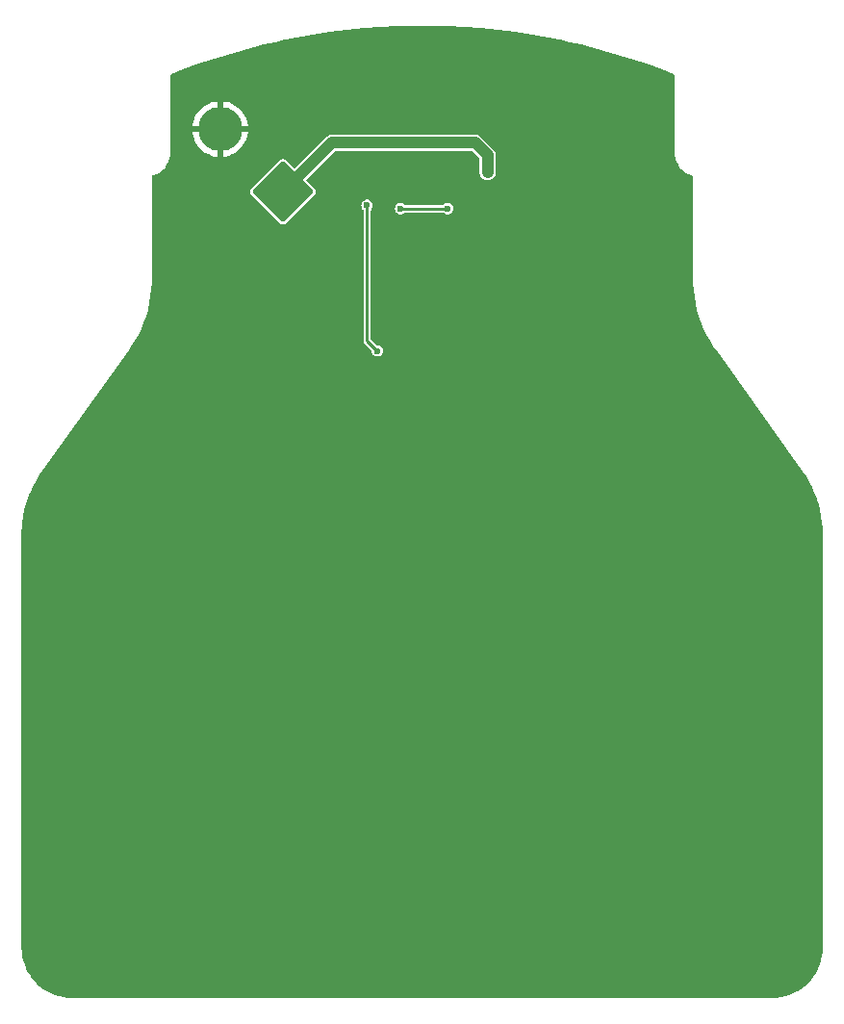
<source format=gbl>
G04 #@! TF.GenerationSoftware,KiCad,Pcbnew,8.0.1*
G04 #@! TF.CreationDate,2024-05-01T12:53:58+08:00*
G04 #@! TF.ProjectId,BatteryPod,42617474-6572-4795-906f-642e6b696361,rev?*
G04 #@! TF.SameCoordinates,Original*
G04 #@! TF.FileFunction,Copper,L2,Bot*
G04 #@! TF.FilePolarity,Positive*
%FSLAX46Y46*%
G04 Gerber Fmt 4.6, Leading zero omitted, Abs format (unit mm)*
G04 Created by KiCad (PCBNEW 8.0.1) date 2024-05-01 12:53:58*
%MOMM*%
%LPD*%
G01*
G04 APERTURE LIST*
G04 Aperture macros list*
%AMRoundRect*
0 Rectangle with rounded corners*
0 $1 Rounding radius*
0 $2 $3 $4 $5 $6 $7 $8 $9 X,Y pos of 4 corners*
0 Add a 4 corners polygon primitive as box body*
4,1,4,$2,$3,$4,$5,$6,$7,$8,$9,$2,$3,0*
0 Add four circle primitives for the rounded corners*
1,1,$1+$1,$2,$3*
1,1,$1+$1,$4,$5*
1,1,$1+$1,$6,$7*
1,1,$1+$1,$8,$9*
0 Add four rect primitives between the rounded corners*
20,1,$1+$1,$2,$3,$4,$5,0*
20,1,$1+$1,$4,$5,$6,$7,0*
20,1,$1+$1,$6,$7,$8,$9,0*
20,1,$1+$1,$8,$9,$2,$3,0*%
G04 Aperture macros list end*
G04 #@! TA.AperFunction,ComponentPad*
%ADD10C,3.900000*%
G04 #@! TD*
G04 #@! TA.AperFunction,ComponentPad*
%ADD11RoundRect,0.250002X2.404160X0.000000X0.000000X2.404160X-2.404160X0.000000X0.000000X-2.404160X0*%
G04 #@! TD*
G04 #@! TA.AperFunction,ViaPad*
%ADD12C,0.600000*%
G04 #@! TD*
G04 #@! TA.AperFunction,Conductor*
%ADD13C,1.000000*%
G04 #@! TD*
G04 #@! TA.AperFunction,Conductor*
%ADD14C,0.250000*%
G04 #@! TD*
G04 APERTURE END LIST*
D10*
X92484567Y-76484567D03*
D11*
X98000000Y-82000000D03*
D12*
X114900000Y-79500000D03*
X114900000Y-80400000D03*
X106300000Y-96000000D03*
X105400000Y-83200000D03*
X116000000Y-80300000D03*
X145000000Y-140000000D03*
X145000000Y-141000000D03*
X145000000Y-142000000D03*
X145000000Y-143000000D03*
X145000000Y-144000000D03*
X145000000Y-145000000D03*
X145000000Y-146000000D03*
X145000000Y-147000000D03*
X145000000Y-149000000D03*
X145000000Y-148000000D03*
X131000000Y-152000000D03*
X132000000Y-152000000D03*
X133000000Y-152000000D03*
X134000000Y-152000000D03*
X135000000Y-152000000D03*
X136000000Y-152000000D03*
X137000000Y-152000000D03*
X139000000Y-152000000D03*
X138000000Y-152000000D03*
X140000000Y-152000000D03*
X76000000Y-139000000D03*
X76000000Y-140000000D03*
X91000000Y-152000000D03*
X76000000Y-141000000D03*
X76000000Y-142000000D03*
X76000000Y-143000000D03*
X76000000Y-144000000D03*
X76000000Y-145000000D03*
X76000000Y-146000000D03*
X76000000Y-147000000D03*
X76000000Y-148000000D03*
X90000000Y-152000000D03*
X89000000Y-152000000D03*
X88000000Y-152000000D03*
X87000000Y-152000000D03*
X86000000Y-152000000D03*
X85000000Y-152000000D03*
X83000000Y-152000000D03*
X84000000Y-152000000D03*
X82000000Y-152000000D03*
X132000000Y-75000000D03*
X132000000Y-74000000D03*
X132000000Y-73000000D03*
X132000000Y-72000000D03*
X89000000Y-75000000D03*
X89000000Y-74000000D03*
X89000000Y-73000000D03*
X89000000Y-72000000D03*
X120000000Y-87000000D03*
X119000000Y-87000000D03*
X118000000Y-87000000D03*
X117000000Y-87000000D03*
X116000000Y-87000000D03*
X108350000Y-83500000D03*
X112500000Y-83474737D03*
X115500000Y-84800000D03*
X114450000Y-83750000D03*
X115500000Y-83750000D03*
X114450000Y-84800000D03*
X114976800Y-84276800D03*
D13*
X102300000Y-77700000D02*
X98000000Y-82000000D01*
X116000000Y-80300000D02*
X116000000Y-78800000D01*
X114900000Y-77700000D02*
X102300000Y-77700000D01*
X116000000Y-78800000D02*
X114900000Y-77700000D01*
D14*
X105400000Y-95100000D02*
X106300000Y-96000000D01*
X105400000Y-83200000D02*
X105400000Y-95100000D01*
X108350000Y-83500000D02*
X112474737Y-83500000D01*
X112474737Y-83500000D02*
X112500000Y-83474737D01*
G04 #@! TA.AperFunction,Conductor*
G36*
X111020432Y-67396261D02*
G01*
X112504640Y-67433453D01*
X112507698Y-67433569D01*
X113990499Y-67507931D01*
X113993551Y-67508122D01*
X115474045Y-67619609D01*
X115477131Y-67619880D01*
X116954388Y-67768423D01*
X116957404Y-67768764D01*
X118430437Y-67954262D01*
X118433449Y-67954679D01*
X119901474Y-68177036D01*
X119904429Y-68177521D01*
X121366341Y-68436570D01*
X121369392Y-68437150D01*
X122824394Y-68732747D01*
X122827306Y-68733377D01*
X124274463Y-69065336D01*
X124277361Y-69066038D01*
X125715758Y-69434148D01*
X125718707Y-69434942D01*
X127147398Y-69838961D01*
X127150308Y-69839824D01*
X128568369Y-70279487D01*
X128571318Y-70280441D01*
X129977980Y-70755512D01*
X129980827Y-70756514D01*
X131375143Y-71266673D01*
X131377972Y-71267748D01*
X132371011Y-71659563D01*
X132426147Y-71702479D01*
X132449329Y-71768391D01*
X132449500Y-71774909D01*
X132449500Y-78434108D01*
X132449500Y-78500000D01*
X132449500Y-78630081D01*
X132480859Y-78888347D01*
X132521649Y-79053838D01*
X132543121Y-79140955D01*
X132633995Y-79380568D01*
X132635375Y-79384206D01*
X132756278Y-79614569D01*
X132756281Y-79614574D01*
X132756282Y-79614575D01*
X132803932Y-79683608D01*
X132904068Y-79828678D01*
X133076587Y-80023413D01*
X133271322Y-80195932D01*
X133485431Y-80343722D01*
X133715794Y-80464625D01*
X133959050Y-80556880D01*
X134005174Y-80568248D01*
X134065555Y-80603404D01*
X134097344Y-80665623D01*
X134099500Y-80688645D01*
X134099500Y-89825455D01*
X134099521Y-89825797D01*
X134099541Y-90047423D01*
X134132789Y-90637598D01*
X134199180Y-91224964D01*
X134298503Y-91807655D01*
X134298512Y-91807698D01*
X134430452Y-92383871D01*
X134594594Y-92951716D01*
X134594597Y-92951724D01*
X134751397Y-93398299D01*
X134790427Y-93509456D01*
X134946862Y-93885794D01*
X135017316Y-94055286D01*
X135274548Y-94587487D01*
X135274560Y-94587510D01*
X135561305Y-95104372D01*
X135561311Y-95104382D01*
X135876694Y-95604326D01*
X135880864Y-95610180D01*
X136005620Y-95785311D01*
X136005688Y-95785419D01*
X136515183Y-96500500D01*
X143720423Y-106613118D01*
X143720424Y-106613119D01*
X143720423Y-106613119D01*
X143735547Y-106634344D01*
X143737534Y-106637216D01*
X144032452Y-107076805D01*
X144036175Y-107082706D01*
X144304996Y-107536661D01*
X144308381Y-107542763D01*
X144551236Y-108011112D01*
X144554272Y-108017394D01*
X144770402Y-108498665D01*
X144773077Y-108505102D01*
X144961793Y-108997768D01*
X144964097Y-109004329D01*
X145008397Y-109142850D01*
X145124803Y-109506834D01*
X145126741Y-109513537D01*
X145258930Y-110024295D01*
X145260487Y-110031097D01*
X145363728Y-110548443D01*
X145364901Y-110555321D01*
X145438886Y-111077700D01*
X145439669Y-111084634D01*
X145484149Y-111610300D01*
X145484542Y-111617266D01*
X145499451Y-112146997D01*
X145499500Y-112150486D01*
X145499500Y-148447293D01*
X145499382Y-148452702D01*
X145482614Y-148836750D01*
X145481671Y-148847526D01*
X145431849Y-149225957D01*
X145429971Y-149236610D01*
X145347354Y-149609272D01*
X145344554Y-149619721D01*
X145229775Y-149983755D01*
X145226075Y-149993921D01*
X145080002Y-150346572D01*
X145075430Y-150356376D01*
X144899183Y-150694942D01*
X144893775Y-150704310D01*
X144688681Y-151026244D01*
X144682476Y-151035105D01*
X144450110Y-151337930D01*
X144443156Y-151346217D01*
X144185284Y-151627635D01*
X144177635Y-151635284D01*
X143896217Y-151893156D01*
X143887930Y-151900110D01*
X143585105Y-152132476D01*
X143576244Y-152138681D01*
X143254310Y-152343775D01*
X143244942Y-152349183D01*
X142906376Y-152525430D01*
X142896572Y-152530002D01*
X142543921Y-152676075D01*
X142533755Y-152679775D01*
X142169721Y-152794554D01*
X142159272Y-152797354D01*
X141786610Y-152879971D01*
X141775957Y-152881849D01*
X141397526Y-152931671D01*
X141386750Y-152932614D01*
X141002703Y-152949382D01*
X140997294Y-152949500D01*
X79502706Y-152949500D01*
X79497297Y-152949382D01*
X79113249Y-152932614D01*
X79102473Y-152931671D01*
X78724042Y-152881849D01*
X78713389Y-152879971D01*
X78340727Y-152797354D01*
X78330278Y-152794554D01*
X77966244Y-152679775D01*
X77956078Y-152676075D01*
X77603427Y-152530002D01*
X77593623Y-152525430D01*
X77255057Y-152349183D01*
X77245689Y-152343775D01*
X76923755Y-152138681D01*
X76914894Y-152132476D01*
X76612069Y-151900110D01*
X76603782Y-151893156D01*
X76322364Y-151635284D01*
X76314715Y-151627635D01*
X76056843Y-151346217D01*
X76049889Y-151337930D01*
X75817523Y-151035105D01*
X75811318Y-151026244D01*
X75606224Y-150704310D01*
X75600816Y-150694942D01*
X75424569Y-150356376D01*
X75419997Y-150346572D01*
X75273924Y-149993921D01*
X75270224Y-149983755D01*
X75155442Y-149619710D01*
X75152648Y-149609284D01*
X75070025Y-149236597D01*
X75068152Y-149225971D01*
X75018326Y-148847506D01*
X75017386Y-148836771D01*
X75000618Y-148452702D01*
X75000500Y-148447293D01*
X75000500Y-112161303D01*
X75000549Y-112157803D01*
X75009169Y-111852574D01*
X75015543Y-111626878D01*
X75015936Y-111619933D01*
X75060719Y-111092468D01*
X75061498Y-111085595D01*
X75135992Y-110561401D01*
X75137154Y-110554613D01*
X75241100Y-110035528D01*
X75242666Y-110028718D01*
X75255468Y-109979421D01*
X75375733Y-109516359D01*
X75377665Y-109509696D01*
X75539452Y-109005617D01*
X75541758Y-108999072D01*
X75731722Y-108504960D01*
X75734417Y-108498504D01*
X75783083Y-108390544D01*
X75951949Y-108015935D01*
X75955001Y-108009645D01*
X76199443Y-107540079D01*
X76202812Y-107534031D01*
X76473368Y-107079005D01*
X76477077Y-107073149D01*
X76773904Y-106632600D01*
X76775842Y-106629810D01*
X76813182Y-106577632D01*
X76813182Y-106577630D01*
X84445537Y-95912149D01*
X84446550Y-95910915D01*
X84450846Y-95904910D01*
X84450849Y-95904909D01*
X84489196Y-95851325D01*
X84489195Y-95851324D01*
X84494186Y-95844349D01*
X84661788Y-95610180D01*
X84979172Y-95109159D01*
X85267773Y-94591024D01*
X85526673Y-94057427D01*
X85755046Y-93510069D01*
X85952163Y-92950694D01*
X86117397Y-92381087D01*
X86250221Y-91803062D01*
X86350211Y-91218462D01*
X86417048Y-90629151D01*
X86450520Y-90037007D01*
X86450500Y-89740462D01*
X86450500Y-89674570D01*
X86450500Y-82000000D01*
X95140249Y-82000000D01*
X95160490Y-82134288D01*
X95219413Y-82256643D01*
X95238915Y-82280181D01*
X97719819Y-84761085D01*
X97743357Y-84780587D01*
X97865712Y-84839510D01*
X98000000Y-84859751D01*
X98134288Y-84839510D01*
X98256643Y-84780587D01*
X98280181Y-84761085D01*
X99841266Y-83200000D01*
X104894353Y-83200000D01*
X104914834Y-83342456D01*
X104974622Y-83473371D01*
X104974623Y-83473373D01*
X105044213Y-83553685D01*
X105073238Y-83617240D01*
X105074500Y-83634887D01*
X105074500Y-95142852D01*
X105096682Y-95225640D01*
X105118108Y-95262750D01*
X105139535Y-95299862D01*
X105139537Y-95299864D01*
X105758034Y-95918361D01*
X105791519Y-95979684D01*
X105792764Y-95991268D01*
X105793091Y-95991222D01*
X105814834Y-96142456D01*
X105874622Y-96273371D01*
X105874623Y-96273373D01*
X105968872Y-96382143D01*
X106089947Y-96459953D01*
X106089950Y-96459954D01*
X106089949Y-96459954D01*
X106228036Y-96500499D01*
X106228038Y-96500500D01*
X106228039Y-96500500D01*
X106371962Y-96500500D01*
X106371962Y-96500499D01*
X106510053Y-96459953D01*
X106631128Y-96382143D01*
X106725377Y-96273373D01*
X106785165Y-96142457D01*
X106805647Y-96000000D01*
X106785165Y-95857543D01*
X106725377Y-95726627D01*
X106631128Y-95617857D01*
X106510053Y-95540047D01*
X106510051Y-95540046D01*
X106510049Y-95540045D01*
X106510050Y-95540045D01*
X106371963Y-95499500D01*
X106371961Y-95499500D01*
X106311189Y-95499500D01*
X106244150Y-95479815D01*
X106223508Y-95463181D01*
X105761819Y-95001492D01*
X105728334Y-94940169D01*
X105725500Y-94913811D01*
X105725500Y-83634887D01*
X105745185Y-83567848D01*
X105755782Y-83553689D01*
X105802304Y-83500000D01*
X107844353Y-83500000D01*
X107864834Y-83642456D01*
X107924622Y-83773371D01*
X107924623Y-83773373D01*
X108018872Y-83882143D01*
X108139947Y-83959953D01*
X108139950Y-83959954D01*
X108139949Y-83959954D01*
X108278036Y-84000499D01*
X108278038Y-84000500D01*
X108278039Y-84000500D01*
X108421962Y-84000500D01*
X108421962Y-84000499D01*
X108560053Y-83959953D01*
X108681128Y-83882143D01*
X108693126Y-83868296D01*
X108751903Y-83830523D01*
X108786838Y-83825500D01*
X112086408Y-83825500D01*
X112153447Y-83845185D01*
X112167612Y-83855788D01*
X112168872Y-83856880D01*
X112289947Y-83934690D01*
X112289950Y-83934691D01*
X112289949Y-83934691D01*
X112428036Y-83975236D01*
X112428038Y-83975237D01*
X112428039Y-83975237D01*
X112571962Y-83975237D01*
X112571962Y-83975236D01*
X112710053Y-83934690D01*
X112831128Y-83856880D01*
X112925377Y-83748110D01*
X112985165Y-83617194D01*
X113005647Y-83474737D01*
X112985165Y-83332280D01*
X112925377Y-83201364D01*
X112831128Y-83092594D01*
X112710053Y-83014784D01*
X112710051Y-83014783D01*
X112710049Y-83014782D01*
X112710050Y-83014782D01*
X112571963Y-82974237D01*
X112571961Y-82974237D01*
X112428039Y-82974237D01*
X112428036Y-82974237D01*
X112289949Y-83014782D01*
X112168869Y-83092595D01*
X112134986Y-83131701D01*
X112076209Y-83169476D01*
X112041272Y-83174500D01*
X108786838Y-83174500D01*
X108719799Y-83154815D01*
X108693127Y-83131704D01*
X108681128Y-83117857D01*
X108560053Y-83040047D01*
X108560051Y-83040046D01*
X108560049Y-83040045D01*
X108560050Y-83040045D01*
X108421963Y-82999500D01*
X108421961Y-82999500D01*
X108278039Y-82999500D01*
X108278036Y-82999500D01*
X108139949Y-83040045D01*
X108018873Y-83117856D01*
X107924623Y-83226626D01*
X107924622Y-83226628D01*
X107864834Y-83357543D01*
X107844353Y-83500000D01*
X105802304Y-83500000D01*
X105825377Y-83473373D01*
X105885165Y-83342457D01*
X105905647Y-83200000D01*
X105885165Y-83057543D01*
X105825377Y-82926627D01*
X105731128Y-82817857D01*
X105610053Y-82740047D01*
X105610051Y-82740046D01*
X105610049Y-82740045D01*
X105610050Y-82740045D01*
X105471963Y-82699500D01*
X105471961Y-82699500D01*
X105328039Y-82699500D01*
X105328036Y-82699500D01*
X105189949Y-82740045D01*
X105068873Y-82817856D01*
X104974623Y-82926626D01*
X104974622Y-82926628D01*
X104914834Y-83057543D01*
X104894353Y-83200000D01*
X99841266Y-83200000D01*
X100761085Y-82280181D01*
X100780587Y-82256643D01*
X100839510Y-82134288D01*
X100859751Y-82000000D01*
X100839510Y-81865712D01*
X100780587Y-81743357D01*
X100761085Y-81719819D01*
X100103642Y-81062376D01*
X100070157Y-81001053D01*
X100075141Y-80931361D01*
X100103642Y-80887014D01*
X102553837Y-78436819D01*
X102615160Y-78403334D01*
X102641518Y-78400500D01*
X114558481Y-78400500D01*
X114625520Y-78420185D01*
X114646162Y-78436819D01*
X115263181Y-79053838D01*
X115296666Y-79115161D01*
X115299500Y-79141519D01*
X115299500Y-80368993D01*
X115299500Y-80368995D01*
X115299499Y-80368995D01*
X115326418Y-80504322D01*
X115326421Y-80504332D01*
X115379221Y-80631804D01*
X115379228Y-80631817D01*
X115455885Y-80746541D01*
X115455888Y-80746545D01*
X115553454Y-80844111D01*
X115553458Y-80844114D01*
X115668182Y-80920771D01*
X115668195Y-80920778D01*
X115795667Y-80973578D01*
X115795672Y-80973580D01*
X115795676Y-80973580D01*
X115795677Y-80973581D01*
X115931004Y-81000500D01*
X115931007Y-81000500D01*
X116068995Y-81000500D01*
X116160041Y-80982389D01*
X116204328Y-80973580D01*
X116331811Y-80920775D01*
X116446542Y-80844114D01*
X116544114Y-80746542D01*
X116620775Y-80631811D01*
X116673580Y-80504328D01*
X116700500Y-80368993D01*
X116700500Y-78731007D01*
X116700500Y-78731004D01*
X116673581Y-78595677D01*
X116673580Y-78595676D01*
X116673580Y-78595672D01*
X116620775Y-78468189D01*
X116575547Y-78400500D01*
X116544114Y-78353457D01*
X116544111Y-78353453D01*
X115346546Y-77155888D01*
X115231807Y-77079222D01*
X115104332Y-77026421D01*
X115104322Y-77026418D01*
X114968996Y-76999500D01*
X114968994Y-76999500D01*
X114968993Y-76999500D01*
X102231007Y-76999500D01*
X102231003Y-76999500D01*
X102122590Y-77021065D01*
X102122589Y-77021065D01*
X102109131Y-77023742D01*
X102095673Y-77026419D01*
X102058330Y-77041887D01*
X101968190Y-77079224D01*
X101968186Y-77079226D01*
X101853462Y-77155882D01*
X101853459Y-77155884D01*
X101853457Y-77155887D01*
X99112985Y-79896357D01*
X99051662Y-79929842D01*
X98981970Y-79924858D01*
X98937623Y-79896357D01*
X98280185Y-79238919D01*
X98280181Y-79238915D01*
X98256643Y-79219413D01*
X98134288Y-79160490D01*
X98000000Y-79140249D01*
X97865712Y-79160490D01*
X97743359Y-79219412D01*
X97743357Y-79219413D01*
X97719814Y-79238919D01*
X95238919Y-81719814D01*
X95238915Y-81719819D01*
X95219413Y-81743357D01*
X95160490Y-81865712D01*
X95140249Y-82000000D01*
X86450500Y-82000000D01*
X86450500Y-80688645D01*
X86470185Y-80621606D01*
X86522989Y-80575851D01*
X86544823Y-80568248D01*
X86590950Y-80556880D01*
X86834206Y-80464625D01*
X87064569Y-80343722D01*
X87278678Y-80195932D01*
X87473413Y-80023413D01*
X87645932Y-79828678D01*
X87793722Y-79614569D01*
X87914625Y-79384206D01*
X88006880Y-79140950D01*
X88069141Y-78888347D01*
X88100500Y-78630081D01*
X88100500Y-78500000D01*
X88100500Y-78434108D01*
X88100500Y-76234566D01*
X90045450Y-76234566D01*
X90045451Y-76234567D01*
X91463724Y-76234567D01*
X91434567Y-76381151D01*
X91434567Y-76587983D01*
X91463724Y-76734567D01*
X90045451Y-76734567D01*
X90049078Y-76792232D01*
X90049079Y-76792238D01*
X90106847Y-77095066D01*
X90202111Y-77388256D01*
X90202113Y-77388261D01*
X90333369Y-77667193D01*
X90333372Y-77667199D01*
X90498549Y-77927478D01*
X90695068Y-78165029D01*
X90919789Y-78376055D01*
X90919799Y-78376063D01*
X91169184Y-78557252D01*
X91169202Y-78557264D01*
X91439345Y-78705776D01*
X91439353Y-78705780D01*
X91725973Y-78819260D01*
X92024575Y-78895928D01*
X92024584Y-78895930D01*
X92234566Y-78922457D01*
X92234567Y-78922456D01*
X92234567Y-77505410D01*
X92381151Y-77534567D01*
X92587983Y-77534567D01*
X92734567Y-77505410D01*
X92734567Y-78922457D01*
X92944549Y-78895930D01*
X92944558Y-78895928D01*
X93243160Y-78819260D01*
X93529780Y-78705780D01*
X93529788Y-78705776D01*
X93799931Y-78557264D01*
X93799949Y-78557252D01*
X94049334Y-78376063D01*
X94049344Y-78376055D01*
X94274065Y-78165029D01*
X94470584Y-77927478D01*
X94635761Y-77667199D01*
X94635764Y-77667193D01*
X94767020Y-77388261D01*
X94767022Y-77388256D01*
X94862286Y-77095066D01*
X94920054Y-76792238D01*
X94920055Y-76792232D01*
X94923683Y-76734567D01*
X93505410Y-76734567D01*
X93534567Y-76587983D01*
X93534567Y-76381151D01*
X93505410Y-76234567D01*
X94923683Y-76234567D01*
X94923683Y-76234566D01*
X94920055Y-76176901D01*
X94920054Y-76176895D01*
X94862286Y-75874067D01*
X94767022Y-75580877D01*
X94767020Y-75580872D01*
X94635764Y-75301940D01*
X94635761Y-75301934D01*
X94470584Y-75041655D01*
X94274065Y-74804104D01*
X94049344Y-74593078D01*
X94049334Y-74593070D01*
X93799949Y-74411881D01*
X93799931Y-74411869D01*
X93529788Y-74263357D01*
X93529780Y-74263353D01*
X93243160Y-74149873D01*
X92944553Y-74073203D01*
X92734567Y-74046675D01*
X92734567Y-75463723D01*
X92587983Y-75434567D01*
X92381151Y-75434567D01*
X92234567Y-75463723D01*
X92234567Y-74046676D01*
X92234566Y-74046675D01*
X92024580Y-74073203D01*
X91725973Y-74149873D01*
X91439353Y-74263353D01*
X91439345Y-74263357D01*
X91169202Y-74411869D01*
X91169184Y-74411881D01*
X90919799Y-74593070D01*
X90919789Y-74593078D01*
X90695068Y-74804104D01*
X90498549Y-75041655D01*
X90333372Y-75301934D01*
X90333369Y-75301940D01*
X90202113Y-75580872D01*
X90202111Y-75580877D01*
X90106847Y-75874067D01*
X90049079Y-76176895D01*
X90049078Y-76176901D01*
X90045450Y-76234566D01*
X88100500Y-76234566D01*
X88100500Y-71774909D01*
X88120185Y-71707870D01*
X88172989Y-71662115D01*
X88178979Y-71659566D01*
X89172053Y-71267738D01*
X89174829Y-71266683D01*
X90569197Y-70756505D01*
X90571994Y-70755521D01*
X91978705Y-70280433D01*
X91981599Y-70279496D01*
X93399712Y-69839817D01*
X93402580Y-69838967D01*
X94831312Y-69434936D01*
X94834221Y-69434153D01*
X96272656Y-69066033D01*
X96275517Y-69065340D01*
X97722709Y-68733373D01*
X97725589Y-68732750D01*
X99180621Y-68437147D01*
X99183644Y-68436572D01*
X100645583Y-68177519D01*
X100648513Y-68177037D01*
X102116561Y-67954678D01*
X102119551Y-67954264D01*
X103592604Y-67768763D01*
X103595602Y-67768423D01*
X105072875Y-67619879D01*
X105075947Y-67619609D01*
X106556453Y-67508122D01*
X106559495Y-67507931D01*
X108042304Y-67433568D01*
X108045356Y-67433453D01*
X109529568Y-67396261D01*
X109532674Y-67396222D01*
X111017326Y-67396222D01*
X111020432Y-67396261D01*
G37*
G04 #@! TD.AperFunction*
M02*

</source>
